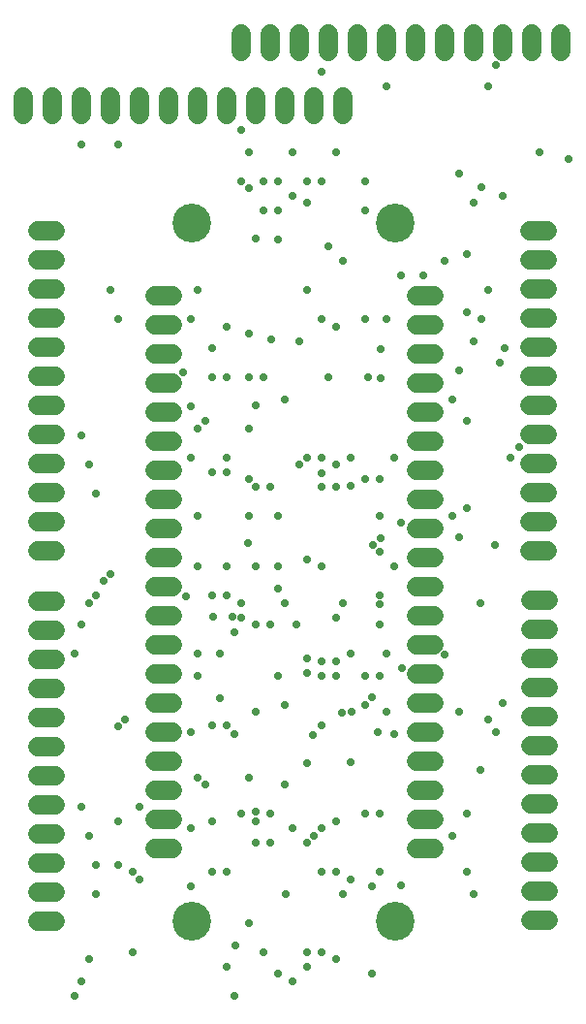
<source format=gbr>
G04 EAGLE Gerber RS-274X export*
G75*
%MOMM*%
%FSLAX34Y34*%
%LPD*%
%INSoldermask Bottom*%
%IPPOS*%
%AMOC8*
5,1,8,0,0,1.08239X$1,22.5*%
G01*
G04 Define Apertures*
%ADD10C,3.378000*%
%ADD11C,1.651000*%
%ADD12C,0.731000*%
D10*
X344170Y725170D03*
X344170Y115570D03*
X166370Y725170D03*
X166370Y115570D03*
D11*
X148990Y661670D02*
X133750Y661670D01*
X133750Y636270D02*
X148990Y636270D01*
X148990Y610870D02*
X133750Y610870D01*
X133750Y585470D02*
X148990Y585470D01*
X148990Y560070D02*
X133750Y560070D01*
X133750Y534670D02*
X148990Y534670D01*
X148990Y509270D02*
X133750Y509270D01*
X133750Y483870D02*
X148990Y483870D01*
X148990Y458470D02*
X133750Y458470D01*
X133750Y433070D02*
X148990Y433070D01*
X148990Y407670D02*
X133750Y407670D01*
X133750Y382270D02*
X148990Y382270D01*
X148990Y356870D02*
X133750Y356870D01*
X133750Y331470D02*
X148990Y331470D01*
X148990Y306070D02*
X133750Y306070D01*
X133750Y280670D02*
X148990Y280670D01*
X148990Y255270D02*
X133750Y255270D01*
X133750Y229870D02*
X148990Y229870D01*
X148990Y204470D02*
X133750Y204470D01*
X133750Y179070D02*
X148990Y179070D01*
X362350Y661670D02*
X377590Y661670D01*
X377590Y636270D02*
X362350Y636270D01*
X362350Y610870D02*
X377590Y610870D01*
X377590Y585470D02*
X362350Y585470D01*
X362350Y560070D02*
X377590Y560070D01*
X377590Y534670D02*
X362350Y534670D01*
X362350Y509270D02*
X377590Y509270D01*
X377590Y483870D02*
X362350Y483870D01*
X362350Y458470D02*
X377590Y458470D01*
X377590Y433070D02*
X362350Y433070D01*
X362350Y407670D02*
X377590Y407670D01*
X377590Y382270D02*
X362350Y382270D01*
X362350Y356870D02*
X377590Y356870D01*
X377590Y331470D02*
X362350Y331470D01*
X362350Y306070D02*
X377590Y306070D01*
X377590Y280670D02*
X362350Y280670D01*
X362350Y255270D02*
X377590Y255270D01*
X377590Y229870D02*
X362350Y229870D01*
X362350Y204470D02*
X377590Y204470D01*
X377590Y179070D02*
X362350Y179070D01*
X46990Y394970D02*
X31750Y394970D01*
X31750Y369570D02*
X46990Y369570D01*
X46990Y344170D02*
X31750Y344170D01*
X31750Y318770D02*
X46990Y318770D01*
X46990Y293370D02*
X31750Y293370D01*
X31750Y267970D02*
X46990Y267970D01*
X46990Y242570D02*
X31750Y242570D01*
X31750Y217170D02*
X46990Y217170D01*
X46990Y191770D02*
X31750Y191770D01*
X31750Y166370D02*
X46990Y166370D01*
X46990Y140970D02*
X31750Y140970D01*
X31750Y115570D02*
X46990Y115570D01*
X462280Y396240D02*
X477520Y396240D01*
X477520Y370840D02*
X462280Y370840D01*
X462280Y345440D02*
X477520Y345440D01*
X477520Y320040D02*
X462280Y320040D01*
X462280Y294640D02*
X477520Y294640D01*
X477520Y269240D02*
X462280Y269240D01*
X462280Y243840D02*
X477520Y243840D01*
X477520Y218440D02*
X462280Y218440D01*
X462280Y193040D02*
X477520Y193040D01*
X477520Y167640D02*
X462280Y167640D01*
X462280Y142240D02*
X477520Y142240D01*
X477520Y116840D02*
X462280Y116840D01*
X46990Y718820D02*
X31750Y718820D01*
X31750Y693420D02*
X46990Y693420D01*
X46990Y668020D02*
X31750Y668020D01*
X31750Y642620D02*
X46990Y642620D01*
X46990Y617220D02*
X31750Y617220D01*
X31750Y591820D02*
X46990Y591820D01*
X46990Y566420D02*
X31750Y566420D01*
X31750Y541020D02*
X46990Y541020D01*
X46990Y515620D02*
X31750Y515620D01*
X31750Y490220D02*
X46990Y490220D01*
X46990Y464820D02*
X31750Y464820D01*
X31750Y439420D02*
X46990Y439420D01*
X461520Y718820D02*
X476760Y718820D01*
X476760Y693420D02*
X461520Y693420D01*
X461520Y668020D02*
X476760Y668020D01*
X476760Y642620D02*
X461520Y642620D01*
X461520Y617220D02*
X476760Y617220D01*
X476760Y591820D02*
X461520Y591820D01*
X461520Y566420D02*
X476760Y566420D01*
X476760Y541020D02*
X461520Y541020D01*
X461520Y515620D02*
X476760Y515620D01*
X476760Y490220D02*
X461520Y490220D01*
X461520Y464820D02*
X476760Y464820D01*
X476760Y439420D02*
X461520Y439420D01*
X19050Y820166D02*
X19050Y835406D01*
X44450Y835406D02*
X44450Y820166D01*
X69850Y820166D02*
X69850Y835406D01*
X95250Y835406D02*
X95250Y820166D01*
X120650Y820166D02*
X120650Y835406D01*
X146050Y835406D02*
X146050Y820166D01*
X171450Y820166D02*
X171450Y835406D01*
X196850Y835406D02*
X196850Y820166D01*
X222250Y820166D02*
X222250Y835406D01*
X247650Y835406D02*
X247650Y820166D01*
X273050Y820166D02*
X273050Y835406D01*
X298450Y835406D02*
X298450Y820166D01*
X209550Y875030D02*
X209550Y890270D01*
X234950Y890270D02*
X234950Y875030D01*
X260350Y875030D02*
X260350Y890270D01*
X285750Y890270D02*
X285750Y875030D01*
X311150Y875030D02*
X311150Y890270D01*
X336550Y890270D02*
X336550Y875030D01*
X361950Y875030D02*
X361950Y890270D01*
X387350Y890270D02*
X387350Y875030D01*
X412750Y875030D02*
X412750Y890270D01*
X438150Y890270D02*
X438150Y875030D01*
X463550Y875030D02*
X463550Y890270D01*
X488950Y890270D02*
X488950Y875030D01*
D12*
X196850Y508000D03*
X196850Y425450D03*
X222250Y425450D03*
X241300Y425450D03*
X184608Y381458D03*
X201986Y381056D03*
X184150Y508000D03*
X222250Y495300D03*
X234950Y495300D03*
X279400Y495300D03*
X292100Y495300D03*
X317500Y501650D03*
X330200Y501650D03*
X184150Y590550D03*
X196850Y590550D03*
X285750Y590550D03*
X215900Y590550D03*
X228600Y590550D03*
X158750Y594642D03*
X330200Y438150D03*
X317500Y641350D03*
X336550Y641350D03*
X228600Y736600D03*
X317500Y736600D03*
X241300Y736600D03*
X317500Y762000D03*
X279400Y762000D03*
X266700Y762000D03*
X400050Y298450D03*
X184150Y400050D03*
X393700Y469900D03*
X241300Y469900D03*
X393700Y571500D03*
X184150Y615950D03*
X393700Y190500D03*
X234950Y184150D03*
X331326Y589804D03*
X331136Y615014D03*
X160783Y399174D03*
X203200Y279400D03*
X196850Y76200D03*
X266700Y76200D03*
X165100Y520700D03*
X196850Y520700D03*
X222250Y565674D03*
X165100Y641350D03*
X292100Y635000D03*
X165100Y280670D03*
X203200Y368300D03*
X222250Y374650D03*
X165218Y565150D03*
X165100Y196850D03*
X279400Y196850D03*
X257810Y374650D03*
X234950Y374650D03*
X260350Y514350D03*
X279400Y520700D03*
X260350Y622300D03*
X215900Y628650D03*
X209550Y762000D03*
X228600Y762000D03*
X235886Y623236D03*
X254536Y196850D03*
X323850Y146050D03*
X412750Y139700D03*
X241300Y69850D03*
X323850Y69850D03*
X196850Y400050D03*
X298450Y393700D03*
X412750Y622300D03*
X196850Y635000D03*
X412750Y742950D03*
X266700Y742950D03*
X418564Y247650D03*
X418564Y393700D03*
X114300Y158750D03*
X184150Y158750D03*
X196850Y158750D03*
X114300Y88900D03*
X266700Y88900D03*
X228600Y88900D03*
X279400Y88900D03*
X120650Y215900D03*
X234950Y209550D03*
X317500Y209550D03*
X330200Y209550D03*
X120650Y152400D03*
X279400Y158750D03*
X292100Y158750D03*
X221921Y211093D03*
X171450Y329677D03*
X177800Y234950D03*
X273050Y190500D03*
X215900Y114300D03*
X170970Y425450D03*
X266700Y431800D03*
X266700Y520700D03*
X171450Y546100D03*
X171450Y666750D03*
X266700Y666750D03*
X215900Y787400D03*
X266700Y332006D03*
X184150Y202720D03*
X101600Y203200D03*
X101600Y165100D03*
X330200Y158750D03*
X406400Y158750D03*
X406400Y476250D03*
X330200Y469900D03*
X406400Y552450D03*
X177800Y552450D03*
X406400Y647700D03*
X279400Y641350D03*
X406400Y698500D03*
X285750Y704850D03*
X222250Y184150D03*
X222250Y203200D03*
X292100Y203200D03*
X215900Y469900D03*
X400050Y450850D03*
X406400Y209550D03*
X292100Y514350D03*
X400050Y596900D03*
X320374Y590401D03*
X400050Y768350D03*
X241300Y762000D03*
X215900Y501650D03*
X342900Y425450D03*
X279400Y425450D03*
X271714Y278064D03*
X328515Y281085D03*
X349250Y463550D03*
X317500Y330200D03*
X292100Y330200D03*
X324386Y443964D03*
X190500Y349250D03*
X330200Y374650D03*
X330200Y392372D03*
X292100Y381000D03*
X222250Y298450D03*
X297514Y297514D03*
X323850Y311150D03*
X190500Y310670D03*
X342900Y279400D03*
X438150Y306070D03*
X431800Y863600D03*
X439392Y615950D03*
X431800Y280670D03*
X425450Y844550D03*
X336550Y844550D03*
X435328Y603250D03*
X304800Y349250D03*
X336550Y349250D03*
X304800Y254524D03*
X266700Y254000D03*
X266700Y345440D03*
X387350Y348714D03*
X215900Y241300D03*
X247650Y304800D03*
X336550Y298450D03*
X171594Y241300D03*
X306014Y298450D03*
X279400Y330200D03*
X349730Y336550D03*
X241924Y329576D03*
X254000Y63500D03*
X69850Y63500D03*
X69850Y215900D03*
X292100Y82550D03*
X76200Y82550D03*
X76200Y190500D03*
X82550Y139700D03*
X82550Y165100D03*
X248186Y139700D03*
X165100Y146050D03*
X204136Y94314D03*
X247650Y234950D03*
X209550Y209550D03*
X279400Y342900D03*
X330200Y330200D03*
X203200Y50800D03*
X63500Y50800D03*
X317500Y304800D03*
X292100Y342900D03*
X266700Y184150D03*
X304800Y152400D03*
X349250Y146784D03*
X298450Y139700D03*
X101600Y285750D03*
X101600Y641350D03*
X184150Y286484D03*
X95250Y419100D03*
X95250Y666750D03*
X330200Y399936D03*
X171450Y349250D03*
X63500Y349250D03*
X69850Y374650D03*
X69850Y539750D03*
X209550Y380464D03*
X247650Y393700D03*
X76200Y393700D03*
X76200Y514350D03*
X209550Y393700D03*
X82550Y400050D03*
X82550Y488950D03*
X170914Y469900D03*
X214964Y445436D03*
X425450Y666750D03*
X331136Y449778D03*
X431264Y444500D03*
X425450Y292100D03*
X419100Y641350D03*
X196850Y286484D03*
X247650Y571500D03*
X215900Y546100D03*
X279767Y507097D03*
X304800Y495836D03*
X342900Y520164D03*
X452064Y529717D03*
X304800Y520700D03*
X444500Y520700D03*
X241300Y406400D03*
X88900Y412750D03*
X107950Y292100D03*
X101600Y793750D03*
X69850Y793750D03*
X279400Y286822D03*
X222250Y712052D03*
X241300Y711200D03*
X209550Y806450D03*
X279400Y857250D03*
X368300Y679450D03*
X349250Y679450D03*
X298450Y692150D03*
X387350Y692150D03*
X215900Y755650D03*
X419100Y756384D03*
X254000Y749300D03*
X438150Y749300D03*
X469900Y787400D03*
X292100Y787400D03*
X254000Y787400D03*
X495300Y781050D03*
M02*

</source>
